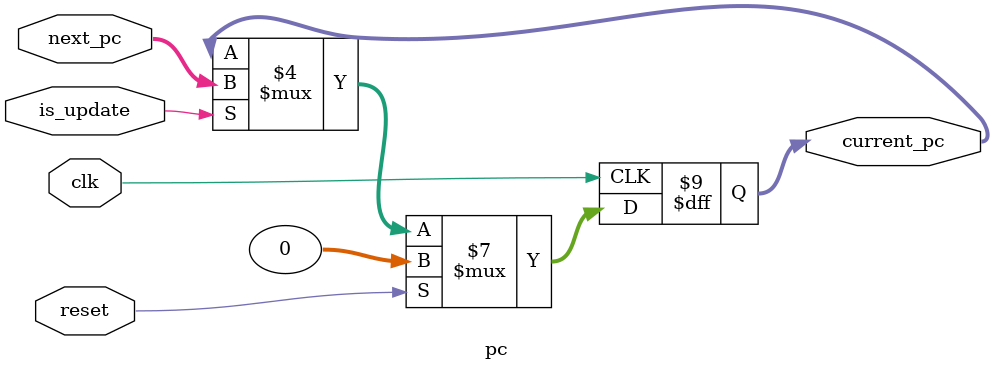
<source format=v>
module pc(reset, clk, next_pc, current_pc, is_update);
    input reset;
    input clk;
    input [31:0] next_pc;
    input is_update;
    output reg[31:0] current_pc;

    initial begin
        current_pc = 0;
    end

    always @(posedge clk) begin
        if (reset)
            current_pc <= 0;
        else begin
            if(is_update)
                current_pc <= next_pc;
            else
                current_pc <= current_pc;
        end
    end
endmodule


</source>
